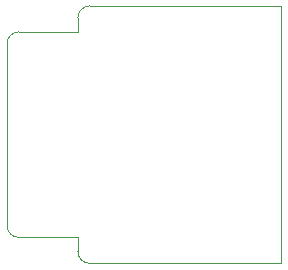
<source format=gbr>
%TF.GenerationSoftware,Altium Limited,Altium Designer,25.5.2 (35)*%
G04 Layer_Color=0*
%FSLAX45Y45*%
%MOMM*%
%TF.SameCoordinates,263EE719-961F-4448-A72E-CF07F5483F46*%
%TF.FilePolarity,Positive*%
%TF.FileFunction,Profile,NP*%
%TF.Part,Single*%
G01*
G75*
%TA.AperFunction,Profile*%
%ADD28C,0.02540*%
D28*
Y580000D02*
Y2120000D01*
D02*
G02*
X100000Y2220000I100000J0D01*
G01*
X599999Y2220001D01*
Y2340000D01*
D02*
G02*
X700003Y2440000I100002J-2D01*
G01*
X2320001D01*
X2319998Y260000D01*
X700000D01*
D02*
G02*
X600000Y360000I0J100000D01*
G01*
X599999Y479999D01*
X100000D01*
D02*
G02*
X0Y580000I1J100000D01*
G01*
%TF.MD5,29a89ef12b81d579028c5567c86a909c*%
M02*

</source>
